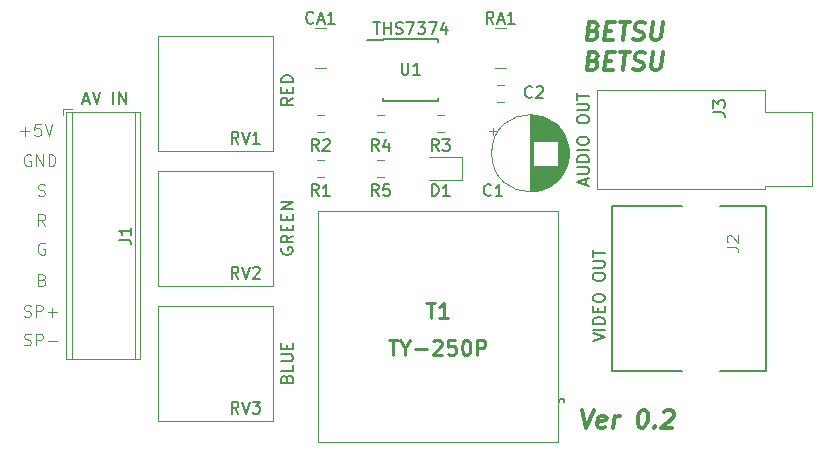
<source format=gbr>
G04 #@! TF.GenerationSoftware,KiCad,Pcbnew,(5.1.2)-2*
G04 #@! TF.CreationDate,2019-09-22T14:46:25+02:00*
G04 #@! TF.ProjectId,betsubetsu,62657473-7562-4657-9473-752e6b696361,rev?*
G04 #@! TF.SameCoordinates,Original*
G04 #@! TF.FileFunction,Legend,Top*
G04 #@! TF.FilePolarity,Positive*
%FSLAX46Y46*%
G04 Gerber Fmt 4.6, Leading zero omitted, Abs format (unit mm)*
G04 Created by KiCad (PCBNEW (5.1.2)-2) date 2019-09-22 14:46:25*
%MOMM*%
%LPD*%
G04 APERTURE LIST*
%ADD10C,0.200000*%
%ADD11C,0.100000*%
%ADD12C,0.300000*%
%ADD13C,0.120000*%
%ADD14C,0.127000*%
%ADD15C,0.150000*%
%ADD16C,0.050000*%
%ADD17C,0.254000*%
G04 APERTURE END LIST*
D10*
X68254571Y-106711879D02*
X68302190Y-106569022D01*
X68349809Y-106521403D01*
X68445047Y-106473784D01*
X68587904Y-106473784D01*
X68683142Y-106521403D01*
X68730761Y-106569022D01*
X68778380Y-106664260D01*
X68778380Y-107045213D01*
X67778380Y-107045213D01*
X67778380Y-106711879D01*
X67826000Y-106616641D01*
X67873619Y-106569022D01*
X67968857Y-106521403D01*
X68064095Y-106521403D01*
X68159333Y-106569022D01*
X68206952Y-106616641D01*
X68254571Y-106711879D01*
X68254571Y-107045213D01*
X68778380Y-105569022D02*
X68778380Y-106045213D01*
X67778380Y-106045213D01*
X67778380Y-105235689D02*
X68587904Y-105235689D01*
X68683142Y-105188070D01*
X68730761Y-105140451D01*
X68778380Y-105045213D01*
X68778380Y-104854736D01*
X68730761Y-104759498D01*
X68683142Y-104711879D01*
X68587904Y-104664260D01*
X67778380Y-104664260D01*
X68254571Y-104188070D02*
X68254571Y-103854736D01*
X68778380Y-103711879D02*
X68778380Y-104188070D01*
X67778380Y-104188070D01*
X67778380Y-103711879D01*
X67826000Y-95646666D02*
X67778380Y-95741904D01*
X67778380Y-95884761D01*
X67826000Y-96027619D01*
X67921238Y-96122857D01*
X68016476Y-96170476D01*
X68206952Y-96218095D01*
X68349809Y-96218095D01*
X68540285Y-96170476D01*
X68635523Y-96122857D01*
X68730761Y-96027619D01*
X68778380Y-95884761D01*
X68778380Y-95789523D01*
X68730761Y-95646666D01*
X68683142Y-95599047D01*
X68349809Y-95599047D01*
X68349809Y-95789523D01*
X68778380Y-94599047D02*
X68302190Y-94932380D01*
X68778380Y-95170476D02*
X67778380Y-95170476D01*
X67778380Y-94789523D01*
X67826000Y-94694285D01*
X67873619Y-94646666D01*
X67968857Y-94599047D01*
X68111714Y-94599047D01*
X68206952Y-94646666D01*
X68254571Y-94694285D01*
X68302190Y-94789523D01*
X68302190Y-95170476D01*
X68254571Y-94170476D02*
X68254571Y-93837142D01*
X68778380Y-93694285D02*
X68778380Y-94170476D01*
X67778380Y-94170476D01*
X67778380Y-93694285D01*
X68254571Y-93265714D02*
X68254571Y-92932380D01*
X68778380Y-92789523D02*
X68778380Y-93265714D01*
X67778380Y-93265714D01*
X67778380Y-92789523D01*
X68778380Y-92360952D02*
X67778380Y-92360952D01*
X68778380Y-91789523D01*
X67778380Y-91789523D01*
X68778380Y-82938857D02*
X68302190Y-83272190D01*
X68778380Y-83510285D02*
X67778380Y-83510285D01*
X67778380Y-83129333D01*
X67826000Y-83034095D01*
X67873619Y-82986476D01*
X67968857Y-82938857D01*
X68111714Y-82938857D01*
X68206952Y-82986476D01*
X68254571Y-83034095D01*
X68302190Y-83129333D01*
X68302190Y-83510285D01*
X68254571Y-82510285D02*
X68254571Y-82176952D01*
X68778380Y-82034095D02*
X68778380Y-82510285D01*
X67778380Y-82510285D01*
X67778380Y-82034095D01*
X68778380Y-81605523D02*
X67778380Y-81605523D01*
X67778380Y-81367428D01*
X67826000Y-81224571D01*
X67921238Y-81129333D01*
X68016476Y-81081714D01*
X68206952Y-81034095D01*
X68349809Y-81034095D01*
X68540285Y-81081714D01*
X68635523Y-81129333D01*
X68730761Y-81224571D01*
X68778380Y-81367428D01*
X68778380Y-81605523D01*
D11*
X46037073Y-103857960D02*
X46179930Y-103905579D01*
X46418025Y-103905579D01*
X46513263Y-103857960D01*
X46560882Y-103810341D01*
X46608501Y-103715103D01*
X46608501Y-103619865D01*
X46560882Y-103524627D01*
X46513263Y-103477008D01*
X46418025Y-103429389D01*
X46227549Y-103381770D01*
X46132311Y-103334151D01*
X46084692Y-103286532D01*
X46037073Y-103191294D01*
X46037073Y-103096056D01*
X46084692Y-103000818D01*
X46132311Y-102953199D01*
X46227549Y-102905579D01*
X46465644Y-102905579D01*
X46608501Y-102953199D01*
X47037073Y-103905579D02*
X47037073Y-102905579D01*
X47418025Y-102905579D01*
X47513263Y-102953199D01*
X47560882Y-103000818D01*
X47608501Y-103096056D01*
X47608501Y-103238913D01*
X47560882Y-103334151D01*
X47513263Y-103381770D01*
X47418025Y-103429389D01*
X47037073Y-103429389D01*
X48037073Y-103524627D02*
X48798977Y-103524627D01*
X46019463Y-101445355D02*
X46162320Y-101492974D01*
X46400415Y-101492974D01*
X46495653Y-101445355D01*
X46543272Y-101397736D01*
X46590891Y-101302498D01*
X46590891Y-101207260D01*
X46543272Y-101112022D01*
X46495653Y-101064403D01*
X46400415Y-101016784D01*
X46209939Y-100969165D01*
X46114701Y-100921546D01*
X46067082Y-100873927D01*
X46019463Y-100778689D01*
X46019463Y-100683451D01*
X46067082Y-100588213D01*
X46114701Y-100540594D01*
X46209939Y-100492974D01*
X46448034Y-100492974D01*
X46590891Y-100540594D01*
X47019463Y-101492974D02*
X47019463Y-100492974D01*
X47400415Y-100492974D01*
X47495653Y-100540594D01*
X47543272Y-100588213D01*
X47590891Y-100683451D01*
X47590891Y-100826308D01*
X47543272Y-100921546D01*
X47495653Y-100969165D01*
X47400415Y-101016784D01*
X47019463Y-101016784D01*
X48019463Y-101112022D02*
X48781367Y-101112022D01*
X48400415Y-101492974D02*
X48400415Y-100731070D01*
X47569428Y-98353571D02*
X47712285Y-98401190D01*
X47759904Y-98448809D01*
X47807523Y-98544047D01*
X47807523Y-98686904D01*
X47759904Y-98782142D01*
X47712285Y-98829761D01*
X47617047Y-98877380D01*
X47236095Y-98877380D01*
X47236095Y-97877380D01*
X47569428Y-97877380D01*
X47664666Y-97925000D01*
X47712285Y-97972619D01*
X47759904Y-98067857D01*
X47759904Y-98163095D01*
X47712285Y-98258333D01*
X47664666Y-98305952D01*
X47569428Y-98353571D01*
X47236095Y-98353571D01*
X47759904Y-95258000D02*
X47664666Y-95210380D01*
X47521809Y-95210380D01*
X47378952Y-95258000D01*
X47283714Y-95353238D01*
X47236095Y-95448476D01*
X47188476Y-95638952D01*
X47188476Y-95781809D01*
X47236095Y-95972285D01*
X47283714Y-96067523D01*
X47378952Y-96162761D01*
X47521809Y-96210380D01*
X47617047Y-96210380D01*
X47759904Y-96162761D01*
X47807523Y-96115142D01*
X47807523Y-95781809D01*
X47617047Y-95781809D01*
X47807523Y-93797380D02*
X47474190Y-93321190D01*
X47236095Y-93797380D02*
X47236095Y-92797380D01*
X47617047Y-92797380D01*
X47712285Y-92845000D01*
X47759904Y-92892619D01*
X47807523Y-92987857D01*
X47807523Y-93130714D01*
X47759904Y-93225952D01*
X47712285Y-93273571D01*
X47617047Y-93321190D01*
X47236095Y-93321190D01*
X47212285Y-91209761D02*
X47355142Y-91257380D01*
X47593238Y-91257380D01*
X47688476Y-91209761D01*
X47736095Y-91162142D01*
X47783714Y-91066904D01*
X47783714Y-90971666D01*
X47736095Y-90876428D01*
X47688476Y-90828809D01*
X47593238Y-90781190D01*
X47402761Y-90733571D01*
X47307523Y-90685952D01*
X47259904Y-90638333D01*
X47212285Y-90543095D01*
X47212285Y-90447857D01*
X47259904Y-90352619D01*
X47307523Y-90305000D01*
X47402761Y-90257380D01*
X47640857Y-90257380D01*
X47783714Y-90305000D01*
X46571557Y-87770670D02*
X46476319Y-87723050D01*
X46333462Y-87723050D01*
X46190604Y-87770670D01*
X46095366Y-87865908D01*
X46047747Y-87961146D01*
X46000128Y-88151622D01*
X46000128Y-88294479D01*
X46047747Y-88484955D01*
X46095366Y-88580193D01*
X46190604Y-88675431D01*
X46333462Y-88723050D01*
X46428700Y-88723050D01*
X46571557Y-88675431D01*
X46619176Y-88627812D01*
X46619176Y-88294479D01*
X46428700Y-88294479D01*
X47047747Y-88723050D02*
X47047747Y-87723050D01*
X47619176Y-88723050D01*
X47619176Y-87723050D01*
X48095366Y-88723050D02*
X48095366Y-87723050D01*
X48333462Y-87723050D01*
X48476319Y-87770670D01*
X48571557Y-87865908D01*
X48619176Y-87961146D01*
X48666795Y-88151622D01*
X48666795Y-88294479D01*
X48619176Y-88484955D01*
X48571557Y-88580193D01*
X48476319Y-88675431D01*
X48333462Y-88723050D01*
X48095366Y-88723050D01*
X45713322Y-85774128D02*
X46475227Y-85774128D01*
X46094275Y-86155080D02*
X46094275Y-85393176D01*
X47427608Y-85155080D02*
X46951417Y-85155080D01*
X46903798Y-85631271D01*
X46951417Y-85583652D01*
X47046656Y-85536033D01*
X47284751Y-85536033D01*
X47379989Y-85583652D01*
X47427608Y-85631271D01*
X47475227Y-85726509D01*
X47475227Y-85964604D01*
X47427608Y-86059842D01*
X47379989Y-86107461D01*
X47284751Y-86155080D01*
X47046656Y-86155080D01*
X46951417Y-86107461D01*
X46903798Y-86059842D01*
X47760941Y-85155080D02*
X48094275Y-86155080D01*
X48427608Y-85155080D01*
D12*
X93292582Y-109366931D02*
X93605082Y-110866931D01*
X94292582Y-109366931D01*
X95185440Y-110795502D02*
X95033654Y-110866931D01*
X94747940Y-110866931D01*
X94614011Y-110795502D01*
X94560440Y-110652645D01*
X94631868Y-110081217D01*
X94721154Y-109938360D01*
X94872940Y-109866931D01*
X95158654Y-109866931D01*
X95292582Y-109938360D01*
X95346154Y-110081217D01*
X95328297Y-110224074D01*
X94596154Y-110366931D01*
X95890797Y-110866931D02*
X96015797Y-109866931D01*
X95980082Y-110152645D02*
X96069368Y-110009788D01*
X96149725Y-109938360D01*
X96301511Y-109866931D01*
X96444368Y-109866931D01*
X98435440Y-109366931D02*
X98578297Y-109366931D01*
X98712225Y-109438360D01*
X98774725Y-109509788D01*
X98828297Y-109652645D01*
X98864011Y-109938360D01*
X98819368Y-110295502D01*
X98712225Y-110581217D01*
X98622940Y-110724074D01*
X98542582Y-110795502D01*
X98390797Y-110866931D01*
X98247940Y-110866931D01*
X98114011Y-110795502D01*
X98051511Y-110724074D01*
X97997940Y-110581217D01*
X97962225Y-110295502D01*
X98006868Y-109938360D01*
X98114011Y-109652645D01*
X98203297Y-109509788D01*
X98283654Y-109438360D01*
X98435440Y-109366931D01*
X99408654Y-110724074D02*
X99471154Y-110795502D01*
X99390797Y-110866931D01*
X99328297Y-110795502D01*
X99408654Y-110724074D01*
X99390797Y-110866931D01*
X100203297Y-109509788D02*
X100283654Y-109438360D01*
X100435440Y-109366931D01*
X100792582Y-109366931D01*
X100926511Y-109438360D01*
X100989011Y-109509788D01*
X101042582Y-109652645D01*
X101024725Y-109795502D01*
X100926511Y-110009788D01*
X99962225Y-110866931D01*
X100890797Y-110866931D01*
X94244999Y-77256122D02*
X94450356Y-77327550D01*
X94512856Y-77398979D01*
X94566428Y-77541836D01*
X94539642Y-77756122D01*
X94450356Y-77898979D01*
X94369999Y-77970407D01*
X94218214Y-78041836D01*
X93646785Y-78041836D01*
X93834285Y-76541836D01*
X94334285Y-76541836D01*
X94468214Y-76613265D01*
X94530714Y-76684693D01*
X94584285Y-76827550D01*
X94566428Y-76970407D01*
X94477142Y-77113265D01*
X94396785Y-77184693D01*
X94244999Y-77256122D01*
X93744999Y-77256122D01*
X95244999Y-77256122D02*
X95744999Y-77256122D01*
X95861071Y-78041836D02*
X95146785Y-78041836D01*
X95334285Y-76541836D01*
X96048571Y-76541836D01*
X96477142Y-76541836D02*
X97334285Y-76541836D01*
X96718214Y-78041836D02*
X96905714Y-76541836D01*
X97584285Y-77970407D02*
X97789642Y-78041836D01*
X98146785Y-78041836D01*
X98298571Y-77970407D01*
X98378928Y-77898979D01*
X98468214Y-77756122D01*
X98486071Y-77613265D01*
X98432499Y-77470407D01*
X98369999Y-77398979D01*
X98236071Y-77327550D01*
X97959285Y-77256122D01*
X97825356Y-77184693D01*
X97762856Y-77113265D01*
X97709285Y-76970407D01*
X97727142Y-76827550D01*
X97816428Y-76684693D01*
X97896785Y-76613265D01*
X98048571Y-76541836D01*
X98405714Y-76541836D01*
X98611071Y-76613265D01*
X99262856Y-76541836D02*
X99111071Y-77756122D01*
X99164642Y-77898979D01*
X99227142Y-77970407D01*
X99361071Y-78041836D01*
X99646785Y-78041836D01*
X99798571Y-77970407D01*
X99878928Y-77898979D01*
X99968214Y-77756122D01*
X100119999Y-76541836D01*
X94244999Y-79806122D02*
X94450356Y-79877550D01*
X94512856Y-79948979D01*
X94566428Y-80091836D01*
X94539642Y-80306122D01*
X94450356Y-80448979D01*
X94369999Y-80520407D01*
X94218214Y-80591836D01*
X93646785Y-80591836D01*
X93834285Y-79091836D01*
X94334285Y-79091836D01*
X94468214Y-79163265D01*
X94530714Y-79234693D01*
X94584285Y-79377550D01*
X94566428Y-79520407D01*
X94477142Y-79663265D01*
X94396785Y-79734693D01*
X94244999Y-79806122D01*
X93744999Y-79806122D01*
X95244999Y-79806122D02*
X95744999Y-79806122D01*
X95861071Y-80591836D02*
X95146785Y-80591836D01*
X95334285Y-79091836D01*
X96048571Y-79091836D01*
X96477142Y-79091836D02*
X97334285Y-79091836D01*
X96718214Y-80591836D02*
X96905714Y-79091836D01*
X97584285Y-80520407D02*
X97789642Y-80591836D01*
X98146785Y-80591836D01*
X98298571Y-80520407D01*
X98378928Y-80448979D01*
X98468214Y-80306122D01*
X98486071Y-80163265D01*
X98432499Y-80020407D01*
X98369999Y-79948979D01*
X98236071Y-79877550D01*
X97959285Y-79806122D01*
X97825356Y-79734693D01*
X97762856Y-79663265D01*
X97709285Y-79520407D01*
X97727142Y-79377550D01*
X97816428Y-79234693D01*
X97896785Y-79163265D01*
X98048571Y-79091836D01*
X98405714Y-79091836D01*
X98611071Y-79163265D01*
X99262856Y-79091836D02*
X99111071Y-80306122D01*
X99164642Y-80448979D01*
X99227142Y-80520407D01*
X99361071Y-80591836D01*
X99646785Y-80591836D01*
X99798571Y-80520407D01*
X99878928Y-80448979D01*
X99968214Y-80306122D01*
X100119999Y-79091836D01*
D13*
X108762000Y-84140000D02*
X112762000Y-84140000D01*
X108762000Y-82240000D02*
X108762000Y-84140000D01*
X94522000Y-82240000D02*
X108762000Y-82240000D01*
X94522000Y-90680000D02*
X94522000Y-82240000D01*
X108762000Y-90680000D02*
X94522000Y-90680000D01*
X108762000Y-90380000D02*
X108762000Y-90680000D01*
X112762000Y-90380000D02*
X108762000Y-90380000D01*
X112762000Y-84140000D02*
X112762000Y-90380000D01*
X75938748Y-89610000D02*
X76461252Y-89610000D01*
X75938748Y-88190000D02*
X76461252Y-88190000D01*
X70858748Y-85800000D02*
X71381252Y-85800000D01*
X70858748Y-84380000D02*
X71381252Y-84380000D01*
X71381252Y-88190000D02*
X70858748Y-88190000D01*
X71381252Y-89610000D02*
X70858748Y-89610000D01*
X75938748Y-85800000D02*
X76461252Y-85800000D01*
X75938748Y-84380000D02*
X76461252Y-84380000D01*
X49314359Y-83877167D02*
X49314359Y-84377167D01*
X50054359Y-83877167D02*
X49314359Y-83877167D01*
X55874359Y-105018167D02*
X49554359Y-105018167D01*
X55874359Y-84117167D02*
X49554359Y-84117167D01*
X49554359Y-84117167D02*
X49554359Y-105018167D01*
X55874359Y-84117167D02*
X55874359Y-105018167D01*
X55414359Y-84117167D02*
X55414359Y-105018167D01*
X50114359Y-84117167D02*
X50114359Y-105018167D01*
X86621252Y-81840000D02*
X86098748Y-81840000D01*
X86621252Y-83260000D02*
X86098748Y-83260000D01*
X85694759Y-85476000D02*
X85694759Y-86106000D01*
X85379759Y-85791000D02*
X86009759Y-85791000D01*
X92121000Y-87228000D02*
X92121000Y-88032000D01*
X92081000Y-86997000D02*
X92081000Y-88263000D01*
X92041000Y-86828000D02*
X92041000Y-88432000D01*
X92001000Y-86690000D02*
X92001000Y-88570000D01*
X91961000Y-86571000D02*
X91961000Y-88689000D01*
X91921000Y-86465000D02*
X91921000Y-88795000D01*
X91881000Y-86368000D02*
X91881000Y-88892000D01*
X91841000Y-86280000D02*
X91841000Y-88980000D01*
X91801000Y-86198000D02*
X91801000Y-89062000D01*
X91761000Y-86121000D02*
X91761000Y-89139000D01*
X91721000Y-86049000D02*
X91721000Y-89211000D01*
X91681000Y-85980000D02*
X91681000Y-89280000D01*
X91641000Y-85916000D02*
X91641000Y-89344000D01*
X91601000Y-85854000D02*
X91601000Y-89406000D01*
X91561000Y-85796000D02*
X91561000Y-89464000D01*
X91521000Y-85740000D02*
X91521000Y-89520000D01*
X91481000Y-85686000D02*
X91481000Y-89574000D01*
X91441000Y-85635000D02*
X91441000Y-89625000D01*
X91401000Y-85586000D02*
X91401000Y-89674000D01*
X91361000Y-85538000D02*
X91361000Y-89722000D01*
X91321000Y-85493000D02*
X91321000Y-89767000D01*
X91281000Y-85448000D02*
X91281000Y-89812000D01*
X91241000Y-85406000D02*
X91241000Y-89854000D01*
X91201000Y-85365000D02*
X91201000Y-89895000D01*
X91161000Y-88670000D02*
X91161000Y-89935000D01*
X91161000Y-85325000D02*
X91161000Y-86590000D01*
X91121000Y-88670000D02*
X91121000Y-89973000D01*
X91121000Y-85287000D02*
X91121000Y-86590000D01*
X91081000Y-88670000D02*
X91081000Y-90010000D01*
X91081000Y-85250000D02*
X91081000Y-86590000D01*
X91041000Y-88670000D02*
X91041000Y-90046000D01*
X91041000Y-85214000D02*
X91041000Y-86590000D01*
X91001000Y-88670000D02*
X91001000Y-90080000D01*
X91001000Y-85180000D02*
X91001000Y-86590000D01*
X90961000Y-88670000D02*
X90961000Y-90114000D01*
X90961000Y-85146000D02*
X90961000Y-86590000D01*
X90921000Y-88670000D02*
X90921000Y-90146000D01*
X90921000Y-85114000D02*
X90921000Y-86590000D01*
X90881000Y-88670000D02*
X90881000Y-90178000D01*
X90881000Y-85082000D02*
X90881000Y-86590000D01*
X90841000Y-88670000D02*
X90841000Y-90208000D01*
X90841000Y-85052000D02*
X90841000Y-86590000D01*
X90801000Y-88670000D02*
X90801000Y-90237000D01*
X90801000Y-85023000D02*
X90801000Y-86590000D01*
X90761000Y-88670000D02*
X90761000Y-90266000D01*
X90761000Y-84994000D02*
X90761000Y-86590000D01*
X90721000Y-88670000D02*
X90721000Y-90294000D01*
X90721000Y-84966000D02*
X90721000Y-86590000D01*
X90681000Y-88670000D02*
X90681000Y-90320000D01*
X90681000Y-84940000D02*
X90681000Y-86590000D01*
X90641000Y-88670000D02*
X90641000Y-90346000D01*
X90641000Y-84914000D02*
X90641000Y-86590000D01*
X90601000Y-88670000D02*
X90601000Y-90372000D01*
X90601000Y-84888000D02*
X90601000Y-86590000D01*
X90561000Y-88670000D02*
X90561000Y-90396000D01*
X90561000Y-84864000D02*
X90561000Y-86590000D01*
X90521000Y-88670000D02*
X90521000Y-90420000D01*
X90521000Y-84840000D02*
X90521000Y-86590000D01*
X90481000Y-88670000D02*
X90481000Y-90442000D01*
X90481000Y-84818000D02*
X90481000Y-86590000D01*
X90441000Y-88670000D02*
X90441000Y-90464000D01*
X90441000Y-84796000D02*
X90441000Y-86590000D01*
X90401000Y-88670000D02*
X90401000Y-90486000D01*
X90401000Y-84774000D02*
X90401000Y-86590000D01*
X90361000Y-88670000D02*
X90361000Y-90506000D01*
X90361000Y-84754000D02*
X90361000Y-86590000D01*
X90321000Y-88670000D02*
X90321000Y-90526000D01*
X90321000Y-84734000D02*
X90321000Y-86590000D01*
X90281000Y-88670000D02*
X90281000Y-90546000D01*
X90281000Y-84714000D02*
X90281000Y-86590000D01*
X90241000Y-88670000D02*
X90241000Y-90564000D01*
X90241000Y-84696000D02*
X90241000Y-86590000D01*
X90201000Y-88670000D02*
X90201000Y-90582000D01*
X90201000Y-84678000D02*
X90201000Y-86590000D01*
X90161000Y-88670000D02*
X90161000Y-90600000D01*
X90161000Y-84660000D02*
X90161000Y-86590000D01*
X90121000Y-88670000D02*
X90121000Y-90616000D01*
X90121000Y-84644000D02*
X90121000Y-86590000D01*
X90081000Y-88670000D02*
X90081000Y-90632000D01*
X90081000Y-84628000D02*
X90081000Y-86590000D01*
X90041000Y-88670000D02*
X90041000Y-90648000D01*
X90041000Y-84612000D02*
X90041000Y-86590000D01*
X90001000Y-88670000D02*
X90001000Y-90663000D01*
X90001000Y-84597000D02*
X90001000Y-86590000D01*
X89961000Y-88670000D02*
X89961000Y-90677000D01*
X89961000Y-84583000D02*
X89961000Y-86590000D01*
X89921000Y-88670000D02*
X89921000Y-90691000D01*
X89921000Y-84569000D02*
X89921000Y-86590000D01*
X89881000Y-88670000D02*
X89881000Y-90704000D01*
X89881000Y-84556000D02*
X89881000Y-86590000D01*
X89841000Y-88670000D02*
X89841000Y-90716000D01*
X89841000Y-84544000D02*
X89841000Y-86590000D01*
X89801000Y-88670000D02*
X89801000Y-90728000D01*
X89801000Y-84532000D02*
X89801000Y-86590000D01*
X89761000Y-88670000D02*
X89761000Y-90740000D01*
X89761000Y-84520000D02*
X89761000Y-86590000D01*
X89721000Y-88670000D02*
X89721000Y-90751000D01*
X89721000Y-84509000D02*
X89721000Y-86590000D01*
X89681000Y-88670000D02*
X89681000Y-90761000D01*
X89681000Y-84499000D02*
X89681000Y-86590000D01*
X89641000Y-88670000D02*
X89641000Y-90771000D01*
X89641000Y-84489000D02*
X89641000Y-86590000D01*
X89601000Y-88670000D02*
X89601000Y-90780000D01*
X89601000Y-84480000D02*
X89601000Y-86590000D01*
X89560000Y-88670000D02*
X89560000Y-90789000D01*
X89560000Y-84471000D02*
X89560000Y-86590000D01*
X89520000Y-88670000D02*
X89520000Y-90797000D01*
X89520000Y-84463000D02*
X89520000Y-86590000D01*
X89480000Y-88670000D02*
X89480000Y-90805000D01*
X89480000Y-84455000D02*
X89480000Y-86590000D01*
X89440000Y-88670000D02*
X89440000Y-90812000D01*
X89440000Y-84448000D02*
X89440000Y-86590000D01*
X89400000Y-88670000D02*
X89400000Y-90819000D01*
X89400000Y-84441000D02*
X89400000Y-86590000D01*
X89360000Y-88670000D02*
X89360000Y-90825000D01*
X89360000Y-84435000D02*
X89360000Y-86590000D01*
X89320000Y-88670000D02*
X89320000Y-90831000D01*
X89320000Y-84429000D02*
X89320000Y-86590000D01*
X89280000Y-88670000D02*
X89280000Y-90836000D01*
X89280000Y-84424000D02*
X89280000Y-86590000D01*
X89240000Y-88670000D02*
X89240000Y-90841000D01*
X89240000Y-84419000D02*
X89240000Y-86590000D01*
X89200000Y-88670000D02*
X89200000Y-90845000D01*
X89200000Y-84415000D02*
X89200000Y-86590000D01*
X89160000Y-88670000D02*
X89160000Y-90848000D01*
X89160000Y-84412000D02*
X89160000Y-86590000D01*
X89120000Y-88670000D02*
X89120000Y-90852000D01*
X89120000Y-84408000D02*
X89120000Y-86590000D01*
X89080000Y-84406000D02*
X89080000Y-90854000D01*
X89040000Y-84403000D02*
X89040000Y-90857000D01*
X89000000Y-84402000D02*
X89000000Y-90858000D01*
X88960000Y-84400000D02*
X88960000Y-90860000D01*
X88920000Y-84400000D02*
X88920000Y-90860000D01*
X88880000Y-84400000D02*
X88880000Y-90860000D01*
X92150000Y-87630000D02*
G75*
G03X92150000Y-87630000I-3270000J0D01*
G01*
D14*
X108830000Y-92090000D02*
X108830000Y-106090000D01*
X95830000Y-106090000D02*
X95830000Y-92090000D01*
X108830000Y-92090000D02*
X104930000Y-92090000D01*
X108830000Y-106090000D02*
X104930000Y-106090000D01*
X95830000Y-92090000D02*
X101730000Y-92090000D01*
X95830000Y-106090000D02*
X101730000Y-106090000D01*
D13*
X57330000Y-77665000D02*
X67100000Y-77665000D01*
X57330000Y-87435000D02*
X67100000Y-87435000D01*
X57330000Y-77665000D02*
X57330000Y-87435000D01*
X67100000Y-77665000D02*
X67100000Y-87435000D01*
X67100000Y-89095000D02*
X67100000Y-98865000D01*
X57330000Y-89095000D02*
X57330000Y-98865000D01*
X57330000Y-98865000D02*
X67100000Y-98865000D01*
X57330000Y-89095000D02*
X67100000Y-89095000D01*
X57330000Y-100525000D02*
X67100000Y-100525000D01*
X57330000Y-110295000D02*
X67100000Y-110295000D01*
X57330000Y-100525000D02*
X57330000Y-110295000D01*
X67100000Y-100525000D02*
X67100000Y-110295000D01*
D15*
X76415000Y-78078922D02*
X75065000Y-78078922D01*
X76415000Y-83203922D02*
X81065000Y-83203922D01*
X76415000Y-77953922D02*
X81065000Y-77953922D01*
X76415000Y-83203922D02*
X76415000Y-82978922D01*
X81065000Y-83203922D02*
X81065000Y-82978922D01*
X81065000Y-77953922D02*
X81065000Y-78178922D01*
X76415000Y-77953922D02*
X76415000Y-78078922D01*
D13*
X80280000Y-89860000D02*
X83140000Y-89860000D01*
X83140000Y-89860000D02*
X83140000Y-87940000D01*
X83140000Y-87940000D02*
X80280000Y-87940000D01*
X81018748Y-84380000D02*
X81541252Y-84380000D01*
X81018748Y-85800000D02*
X81541252Y-85800000D01*
X71620000Y-77060000D02*
X70620000Y-77060000D01*
X71620000Y-80420000D02*
X70620000Y-80420000D01*
X86860000Y-80420000D02*
X85860000Y-80420000D01*
X86860000Y-77060000D02*
X85860000Y-77060000D01*
D11*
X70900001Y-112048001D02*
X91220001Y-112048001D01*
X91220001Y-112048001D02*
X91220001Y-92490001D01*
X91220001Y-92490001D02*
X70900001Y-92490001D01*
X70900001Y-92490001D02*
X70900001Y-112048001D01*
D10*
X91764001Y-108719001D02*
X91764001Y-108719001D01*
X91764001Y-108519001D02*
X91764001Y-108519001D01*
X91364001Y-108519001D02*
G75*
G02X91764001Y-108719001I200000J-100000D01*
G01*
X91364001Y-108719001D02*
G75*
G02X91764001Y-108519001I200000J100000D01*
G01*
D15*
X104354380Y-84153333D02*
X105068666Y-84153333D01*
X105211523Y-84200952D01*
X105306761Y-84296190D01*
X105354380Y-84439047D01*
X105354380Y-84534285D01*
X104354380Y-83772380D02*
X104354380Y-83153333D01*
X104735333Y-83486666D01*
X104735333Y-83343809D01*
X104782952Y-83248571D01*
X104830571Y-83200952D01*
X104925809Y-83153333D01*
X105163904Y-83153333D01*
X105259142Y-83200952D01*
X105306761Y-83248571D01*
X105354380Y-83343809D01*
X105354380Y-83629523D01*
X105306761Y-83724761D01*
X105259142Y-83772380D01*
X93558666Y-90293333D02*
X93558666Y-89817142D01*
X93844380Y-90388571D02*
X92844380Y-90055238D01*
X93844380Y-89721904D01*
X92844380Y-89388571D02*
X93653904Y-89388571D01*
X93749142Y-89340952D01*
X93796761Y-89293333D01*
X93844380Y-89198095D01*
X93844380Y-89007619D01*
X93796761Y-88912380D01*
X93749142Y-88864761D01*
X93653904Y-88817142D01*
X92844380Y-88817142D01*
X93844380Y-88340952D02*
X92844380Y-88340952D01*
X92844380Y-88102857D01*
X92892000Y-87960000D01*
X92987238Y-87864761D01*
X93082476Y-87817142D01*
X93272952Y-87769523D01*
X93415809Y-87769523D01*
X93606285Y-87817142D01*
X93701523Y-87864761D01*
X93796761Y-87960000D01*
X93844380Y-88102857D01*
X93844380Y-88340952D01*
X93844380Y-87340952D02*
X92844380Y-87340952D01*
X92844380Y-86674285D02*
X92844380Y-86483809D01*
X92892000Y-86388571D01*
X92987238Y-86293333D01*
X93177714Y-86245714D01*
X93511047Y-86245714D01*
X93701523Y-86293333D01*
X93796761Y-86388571D01*
X93844380Y-86483809D01*
X93844380Y-86674285D01*
X93796761Y-86769523D01*
X93701523Y-86864761D01*
X93511047Y-86912380D01*
X93177714Y-86912380D01*
X92987238Y-86864761D01*
X92892000Y-86769523D01*
X92844380Y-86674285D01*
X92844380Y-84864761D02*
X92844380Y-84674285D01*
X92892000Y-84579047D01*
X92987238Y-84483809D01*
X93177714Y-84436190D01*
X93511047Y-84436190D01*
X93701523Y-84483809D01*
X93796761Y-84579047D01*
X93844380Y-84674285D01*
X93844380Y-84864761D01*
X93796761Y-84960000D01*
X93701523Y-85055238D01*
X93511047Y-85102857D01*
X93177714Y-85102857D01*
X92987238Y-85055238D01*
X92892000Y-84960000D01*
X92844380Y-84864761D01*
X92844380Y-84007619D02*
X93653904Y-84007619D01*
X93749142Y-83960000D01*
X93796761Y-83912380D01*
X93844380Y-83817142D01*
X93844380Y-83626666D01*
X93796761Y-83531428D01*
X93749142Y-83483809D01*
X93653904Y-83436190D01*
X92844380Y-83436190D01*
X92844380Y-83102857D02*
X92844380Y-82531428D01*
X93844380Y-82817142D02*
X92844380Y-82817142D01*
X76033333Y-91257380D02*
X75700000Y-90781190D01*
X75461904Y-91257380D02*
X75461904Y-90257380D01*
X75842857Y-90257380D01*
X75938095Y-90305000D01*
X75985714Y-90352619D01*
X76033333Y-90447857D01*
X76033333Y-90590714D01*
X75985714Y-90685952D01*
X75938095Y-90733571D01*
X75842857Y-90781190D01*
X75461904Y-90781190D01*
X76938095Y-90257380D02*
X76461904Y-90257380D01*
X76414285Y-90733571D01*
X76461904Y-90685952D01*
X76557142Y-90638333D01*
X76795238Y-90638333D01*
X76890476Y-90685952D01*
X76938095Y-90733571D01*
X76985714Y-90828809D01*
X76985714Y-91066904D01*
X76938095Y-91162142D01*
X76890476Y-91209761D01*
X76795238Y-91257380D01*
X76557142Y-91257380D01*
X76461904Y-91209761D01*
X76414285Y-91162142D01*
X70953333Y-87447380D02*
X70620000Y-86971190D01*
X70381904Y-87447380D02*
X70381904Y-86447380D01*
X70762857Y-86447380D01*
X70858095Y-86495000D01*
X70905714Y-86542619D01*
X70953333Y-86637857D01*
X70953333Y-86780714D01*
X70905714Y-86875952D01*
X70858095Y-86923571D01*
X70762857Y-86971190D01*
X70381904Y-86971190D01*
X71334285Y-86542619D02*
X71381904Y-86495000D01*
X71477142Y-86447380D01*
X71715238Y-86447380D01*
X71810476Y-86495000D01*
X71858095Y-86542619D01*
X71905714Y-86637857D01*
X71905714Y-86733095D01*
X71858095Y-86875952D01*
X71286666Y-87447380D01*
X71905714Y-87447380D01*
X70953333Y-91257380D02*
X70620000Y-90781190D01*
X70381904Y-91257380D02*
X70381904Y-90257380D01*
X70762857Y-90257380D01*
X70858095Y-90305000D01*
X70905714Y-90352619D01*
X70953333Y-90447857D01*
X70953333Y-90590714D01*
X70905714Y-90685952D01*
X70858095Y-90733571D01*
X70762857Y-90781190D01*
X70381904Y-90781190D01*
X71905714Y-91257380D02*
X71334285Y-91257380D01*
X71620000Y-91257380D02*
X71620000Y-90257380D01*
X71524761Y-90400238D01*
X71429523Y-90495476D01*
X71334285Y-90543095D01*
X76033333Y-87447380D02*
X75700000Y-86971190D01*
X75461904Y-87447380D02*
X75461904Y-86447380D01*
X75842857Y-86447380D01*
X75938095Y-86495000D01*
X75985714Y-86542619D01*
X76033333Y-86637857D01*
X76033333Y-86780714D01*
X75985714Y-86875952D01*
X75938095Y-86923571D01*
X75842857Y-86971190D01*
X75461904Y-86971190D01*
X76890476Y-86780714D02*
X76890476Y-87447380D01*
X76652380Y-86399761D02*
X76414285Y-87114047D01*
X77033333Y-87114047D01*
X54062380Y-94948333D02*
X54776666Y-94948333D01*
X54919523Y-94995952D01*
X55014761Y-95091190D01*
X55062380Y-95234047D01*
X55062380Y-95329285D01*
X55062380Y-93948333D02*
X55062380Y-94519761D01*
X55062380Y-94234047D02*
X54062380Y-94234047D01*
X54205238Y-94329285D01*
X54300476Y-94424523D01*
X54348095Y-94519761D01*
X51059448Y-83177605D02*
X51535638Y-83177605D01*
X50964210Y-83463319D02*
X51297543Y-82463319D01*
X51630876Y-83463319D01*
X51821352Y-82463319D02*
X52154686Y-83463319D01*
X52488019Y-82463319D01*
X53583257Y-83463319D02*
X53583257Y-82463319D01*
X54059448Y-83463319D02*
X54059448Y-82463319D01*
X54630876Y-83463319D01*
X54630876Y-82463319D01*
X89037638Y-82857455D02*
X88990019Y-82905074D01*
X88847162Y-82952693D01*
X88751924Y-82952693D01*
X88609066Y-82905074D01*
X88513828Y-82809836D01*
X88466209Y-82714598D01*
X88418590Y-82524122D01*
X88418590Y-82381265D01*
X88466209Y-82190789D01*
X88513828Y-82095551D01*
X88609066Y-82000313D01*
X88751924Y-81952693D01*
X88847162Y-81952693D01*
X88990019Y-82000313D01*
X89037638Y-82047932D01*
X89418590Y-82047932D02*
X89466209Y-82000313D01*
X89561447Y-81952693D01*
X89799543Y-81952693D01*
X89894781Y-82000313D01*
X89942400Y-82047932D01*
X89990019Y-82143170D01*
X89990019Y-82238408D01*
X89942400Y-82381265D01*
X89370971Y-82952693D01*
X89990019Y-82952693D01*
X85558333Y-91162142D02*
X85510714Y-91209761D01*
X85367857Y-91257380D01*
X85272619Y-91257380D01*
X85129761Y-91209761D01*
X85034523Y-91114523D01*
X84986904Y-91019285D01*
X84939285Y-90828809D01*
X84939285Y-90685952D01*
X84986904Y-90495476D01*
X85034523Y-90400238D01*
X85129761Y-90305000D01*
X85272619Y-90257380D01*
X85367857Y-90257380D01*
X85510714Y-90305000D01*
X85558333Y-90352619D01*
X86510714Y-91257380D02*
X85939285Y-91257380D01*
X86225000Y-91257380D02*
X86225000Y-90257380D01*
X86129761Y-90400238D01*
X86034523Y-90495476D01*
X85939285Y-90543095D01*
D16*
X105496439Y-95583906D02*
X106211953Y-95583906D01*
X106355056Y-95631607D01*
X106450458Y-95727009D01*
X106498159Y-95870112D01*
X106498159Y-95965514D01*
X105591840Y-95154598D02*
X105544140Y-95106897D01*
X105496439Y-95011495D01*
X105496439Y-94772990D01*
X105544140Y-94677588D01*
X105591840Y-94629887D01*
X105687242Y-94582186D01*
X105782644Y-94582186D01*
X105925747Y-94629887D01*
X106498159Y-95202299D01*
X106498159Y-94582186D01*
D15*
X94177449Y-103558352D02*
X95179059Y-103224482D01*
X94177449Y-102890612D01*
X95179059Y-102556742D02*
X94177449Y-102556742D01*
X95179059Y-102079785D02*
X94177449Y-102079785D01*
X94177449Y-101841307D01*
X94225145Y-101698220D01*
X94320536Y-101602828D01*
X94415927Y-101555132D01*
X94606710Y-101507437D01*
X94749797Y-101507437D01*
X94940580Y-101555132D01*
X95035972Y-101602828D01*
X95131363Y-101698220D01*
X95179059Y-101841307D01*
X95179059Y-102079785D01*
X94654406Y-101078175D02*
X94654406Y-100744305D01*
X95179059Y-100601218D02*
X95179059Y-101078175D01*
X94177449Y-101078175D01*
X94177449Y-100601218D01*
X94177449Y-99981174D02*
X94177449Y-99790391D01*
X94225145Y-99695000D01*
X94320536Y-99599608D01*
X94511319Y-99551912D01*
X94845189Y-99551912D01*
X95035972Y-99599608D01*
X95131363Y-99695000D01*
X95179059Y-99790391D01*
X95179059Y-99981174D01*
X95131363Y-100076565D01*
X95035972Y-100171957D01*
X94845189Y-100219652D01*
X94511319Y-100219652D01*
X94320536Y-100171957D01*
X94225145Y-100076565D01*
X94177449Y-99981174D01*
X94177449Y-98168737D02*
X94177449Y-97977954D01*
X94225145Y-97882562D01*
X94320536Y-97787171D01*
X94511319Y-97739475D01*
X94845189Y-97739475D01*
X95035972Y-97787171D01*
X95131363Y-97882562D01*
X95179059Y-97977954D01*
X95179059Y-98168737D01*
X95131363Y-98264128D01*
X95035972Y-98359520D01*
X94845189Y-98407215D01*
X94511319Y-98407215D01*
X94320536Y-98359520D01*
X94225145Y-98264128D01*
X94177449Y-98168737D01*
X94177449Y-97310214D02*
X94988276Y-97310214D01*
X95083667Y-97262518D01*
X95131363Y-97214822D01*
X95179059Y-97119431D01*
X95179059Y-96928648D01*
X95131363Y-96833257D01*
X95083667Y-96785561D01*
X94988276Y-96737865D01*
X94177449Y-96737865D01*
X94177449Y-96403995D02*
X94177449Y-95831647D01*
X95179059Y-96117821D02*
X94177449Y-96117821D01*
X64174761Y-86812380D02*
X63841428Y-86336190D01*
X63603333Y-86812380D02*
X63603333Y-85812380D01*
X63984285Y-85812380D01*
X64079523Y-85860000D01*
X64127142Y-85907619D01*
X64174761Y-86002857D01*
X64174761Y-86145714D01*
X64127142Y-86240952D01*
X64079523Y-86288571D01*
X63984285Y-86336190D01*
X63603333Y-86336190D01*
X64460476Y-85812380D02*
X64793809Y-86812380D01*
X65127142Y-85812380D01*
X65984285Y-86812380D02*
X65412857Y-86812380D01*
X65698571Y-86812380D02*
X65698571Y-85812380D01*
X65603333Y-85955238D01*
X65508095Y-86050476D01*
X65412857Y-86098095D01*
X64174761Y-98242380D02*
X63841428Y-97766190D01*
X63603333Y-98242380D02*
X63603333Y-97242380D01*
X63984285Y-97242380D01*
X64079523Y-97290000D01*
X64127142Y-97337619D01*
X64174761Y-97432857D01*
X64174761Y-97575714D01*
X64127142Y-97670952D01*
X64079523Y-97718571D01*
X63984285Y-97766190D01*
X63603333Y-97766190D01*
X64460476Y-97242380D02*
X64793809Y-98242380D01*
X65127142Y-97242380D01*
X65412857Y-97337619D02*
X65460476Y-97290000D01*
X65555714Y-97242380D01*
X65793809Y-97242380D01*
X65889047Y-97290000D01*
X65936666Y-97337619D01*
X65984285Y-97432857D01*
X65984285Y-97528095D01*
X65936666Y-97670952D01*
X65365238Y-98242380D01*
X65984285Y-98242380D01*
X64174761Y-109672380D02*
X63841428Y-109196190D01*
X63603333Y-109672380D02*
X63603333Y-108672380D01*
X63984285Y-108672380D01*
X64079523Y-108720000D01*
X64127142Y-108767619D01*
X64174761Y-108862857D01*
X64174761Y-109005714D01*
X64127142Y-109100952D01*
X64079523Y-109148571D01*
X63984285Y-109196190D01*
X63603333Y-109196190D01*
X64460476Y-108672380D02*
X64793809Y-109672380D01*
X65127142Y-108672380D01*
X65365238Y-108672380D02*
X65984285Y-108672380D01*
X65650952Y-109053333D01*
X65793809Y-109053333D01*
X65889047Y-109100952D01*
X65936666Y-109148571D01*
X65984285Y-109243809D01*
X65984285Y-109481904D01*
X65936666Y-109577142D01*
X65889047Y-109624761D01*
X65793809Y-109672380D01*
X65508095Y-109672380D01*
X65412857Y-109624761D01*
X65365238Y-109577142D01*
X77978095Y-79970380D02*
X77978095Y-80779904D01*
X78025714Y-80875142D01*
X78073333Y-80922761D01*
X78168571Y-80970380D01*
X78359047Y-80970380D01*
X78454285Y-80922761D01*
X78501904Y-80875142D01*
X78549523Y-80779904D01*
X78549523Y-79970380D01*
X79549523Y-80970380D02*
X78978095Y-80970380D01*
X79263809Y-80970380D02*
X79263809Y-79970380D01*
X79168571Y-80113238D01*
X79073333Y-80208476D01*
X78978095Y-80256095D01*
X75590525Y-76540029D02*
X76161954Y-76540029D01*
X75876240Y-77540029D02*
X75876240Y-76540029D01*
X76495287Y-77540029D02*
X76495287Y-76540029D01*
X76495287Y-77016220D02*
X77066716Y-77016220D01*
X77066716Y-77540029D02*
X77066716Y-76540029D01*
X77495287Y-77492410D02*
X77638144Y-77540029D01*
X77876240Y-77540029D01*
X77971478Y-77492410D01*
X78019097Y-77444791D01*
X78066716Y-77349553D01*
X78066716Y-77254315D01*
X78019097Y-77159077D01*
X77971478Y-77111458D01*
X77876240Y-77063839D01*
X77685763Y-77016220D01*
X77590525Y-76968601D01*
X77542906Y-76920982D01*
X77495287Y-76825744D01*
X77495287Y-76730506D01*
X77542906Y-76635268D01*
X77590525Y-76587649D01*
X77685763Y-76540029D01*
X77923859Y-76540029D01*
X78066716Y-76587649D01*
X78400049Y-76540029D02*
X79066716Y-76540029D01*
X78638144Y-77540029D01*
X79352430Y-76540029D02*
X79971478Y-76540029D01*
X79638144Y-76920982D01*
X79781002Y-76920982D01*
X79876240Y-76968601D01*
X79923859Y-77016220D01*
X79971478Y-77111458D01*
X79971478Y-77349553D01*
X79923859Y-77444791D01*
X79876240Y-77492410D01*
X79781002Y-77540029D01*
X79495287Y-77540029D01*
X79400049Y-77492410D01*
X79352430Y-77444791D01*
X80304811Y-76540029D02*
X80971478Y-76540029D01*
X80542906Y-77540029D01*
X81781002Y-76873363D02*
X81781002Y-77540029D01*
X81542906Y-76492410D02*
X81304811Y-77206696D01*
X81923859Y-77206696D01*
X80541904Y-91257380D02*
X80541904Y-90257380D01*
X80780000Y-90257380D01*
X80922857Y-90305000D01*
X81018095Y-90400238D01*
X81065714Y-90495476D01*
X81113333Y-90685952D01*
X81113333Y-90828809D01*
X81065714Y-91019285D01*
X81018095Y-91114523D01*
X80922857Y-91209761D01*
X80780000Y-91257380D01*
X80541904Y-91257380D01*
X82065714Y-91257380D02*
X81494285Y-91257380D01*
X81780000Y-91257380D02*
X81780000Y-90257380D01*
X81684761Y-90400238D01*
X81589523Y-90495476D01*
X81494285Y-90543095D01*
X81113333Y-87447380D02*
X80780000Y-86971190D01*
X80541904Y-87447380D02*
X80541904Y-86447380D01*
X80922857Y-86447380D01*
X81018095Y-86495000D01*
X81065714Y-86542619D01*
X81113333Y-86637857D01*
X81113333Y-86780714D01*
X81065714Y-86875952D01*
X81018095Y-86923571D01*
X80922857Y-86971190D01*
X80541904Y-86971190D01*
X81446666Y-86447380D02*
X82065714Y-86447380D01*
X81732380Y-86828333D01*
X81875238Y-86828333D01*
X81970476Y-86875952D01*
X82018095Y-86923571D01*
X82065714Y-87018809D01*
X82065714Y-87256904D01*
X82018095Y-87352142D01*
X81970476Y-87399761D01*
X81875238Y-87447380D01*
X81589523Y-87447380D01*
X81494285Y-87399761D01*
X81446666Y-87352142D01*
X70524761Y-76557142D02*
X70477142Y-76604761D01*
X70334285Y-76652380D01*
X70239047Y-76652380D01*
X70096190Y-76604761D01*
X70000952Y-76509523D01*
X69953333Y-76414285D01*
X69905714Y-76223809D01*
X69905714Y-76080952D01*
X69953333Y-75890476D01*
X70000952Y-75795238D01*
X70096190Y-75700000D01*
X70239047Y-75652380D01*
X70334285Y-75652380D01*
X70477142Y-75700000D01*
X70524761Y-75747619D01*
X70905714Y-76366666D02*
X71381904Y-76366666D01*
X70810476Y-76652380D02*
X71143809Y-75652380D01*
X71477142Y-76652380D01*
X72334285Y-76652380D02*
X71762857Y-76652380D01*
X72048571Y-76652380D02*
X72048571Y-75652380D01*
X71953333Y-75795238D01*
X71858095Y-75890476D01*
X71762857Y-75938095D01*
X85764761Y-76652380D02*
X85431428Y-76176190D01*
X85193333Y-76652380D02*
X85193333Y-75652380D01*
X85574285Y-75652380D01*
X85669523Y-75700000D01*
X85717142Y-75747619D01*
X85764761Y-75842857D01*
X85764761Y-75985714D01*
X85717142Y-76080952D01*
X85669523Y-76128571D01*
X85574285Y-76176190D01*
X85193333Y-76176190D01*
X86145714Y-76366666D02*
X86621904Y-76366666D01*
X86050476Y-76652380D02*
X86383809Y-75652380D01*
X86717142Y-76652380D01*
X87574285Y-76652380D02*
X87002857Y-76652380D01*
X87288571Y-76652380D02*
X87288571Y-75652380D01*
X87193333Y-75795238D01*
X87098095Y-75890476D01*
X87002857Y-75938095D01*
D17*
X80092381Y-100269523D02*
X80818096Y-100269523D01*
X80455239Y-101539523D02*
X80455239Y-100269523D01*
X81906667Y-101539523D02*
X81180953Y-101539523D01*
X81543810Y-101539523D02*
X81543810Y-100269523D01*
X81422858Y-100450952D01*
X81301905Y-100571904D01*
X81180953Y-100632380D01*
X76917381Y-103444523D02*
X77643096Y-103444523D01*
X77280239Y-104714523D02*
X77280239Y-103444523D01*
X78308334Y-104109761D02*
X78308334Y-104714523D01*
X77885001Y-103444523D02*
X78308334Y-104109761D01*
X78731667Y-103444523D01*
X79155001Y-104230714D02*
X80122620Y-104230714D01*
X80666905Y-103565476D02*
X80727381Y-103505000D01*
X80848334Y-103444523D01*
X81150715Y-103444523D01*
X81271667Y-103505000D01*
X81332143Y-103565476D01*
X81392620Y-103686428D01*
X81392620Y-103807380D01*
X81332143Y-103988809D01*
X80606429Y-104714523D01*
X81392620Y-104714523D01*
X82541667Y-103444523D02*
X81936905Y-103444523D01*
X81876429Y-104049285D01*
X81936905Y-103988809D01*
X82057858Y-103928333D01*
X82360239Y-103928333D01*
X82481191Y-103988809D01*
X82541667Y-104049285D01*
X82602143Y-104170238D01*
X82602143Y-104472619D01*
X82541667Y-104593571D01*
X82481191Y-104654047D01*
X82360239Y-104714523D01*
X82057858Y-104714523D01*
X81936905Y-104654047D01*
X81876429Y-104593571D01*
X83388334Y-103444523D02*
X83509286Y-103444523D01*
X83630239Y-103505000D01*
X83690715Y-103565476D01*
X83751191Y-103686428D01*
X83811667Y-103928333D01*
X83811667Y-104230714D01*
X83751191Y-104472619D01*
X83690715Y-104593571D01*
X83630239Y-104654047D01*
X83509286Y-104714523D01*
X83388334Y-104714523D01*
X83267381Y-104654047D01*
X83206905Y-104593571D01*
X83146429Y-104472619D01*
X83085953Y-104230714D01*
X83085953Y-103928333D01*
X83146429Y-103686428D01*
X83206905Y-103565476D01*
X83267381Y-103505000D01*
X83388334Y-103444523D01*
X84355953Y-104714523D02*
X84355953Y-103444523D01*
X84839762Y-103444523D01*
X84960715Y-103505000D01*
X85021191Y-103565476D01*
X85081667Y-103686428D01*
X85081667Y-103867857D01*
X85021191Y-103988809D01*
X84960715Y-104049285D01*
X84839762Y-104109761D01*
X84355953Y-104109761D01*
M02*

</source>
